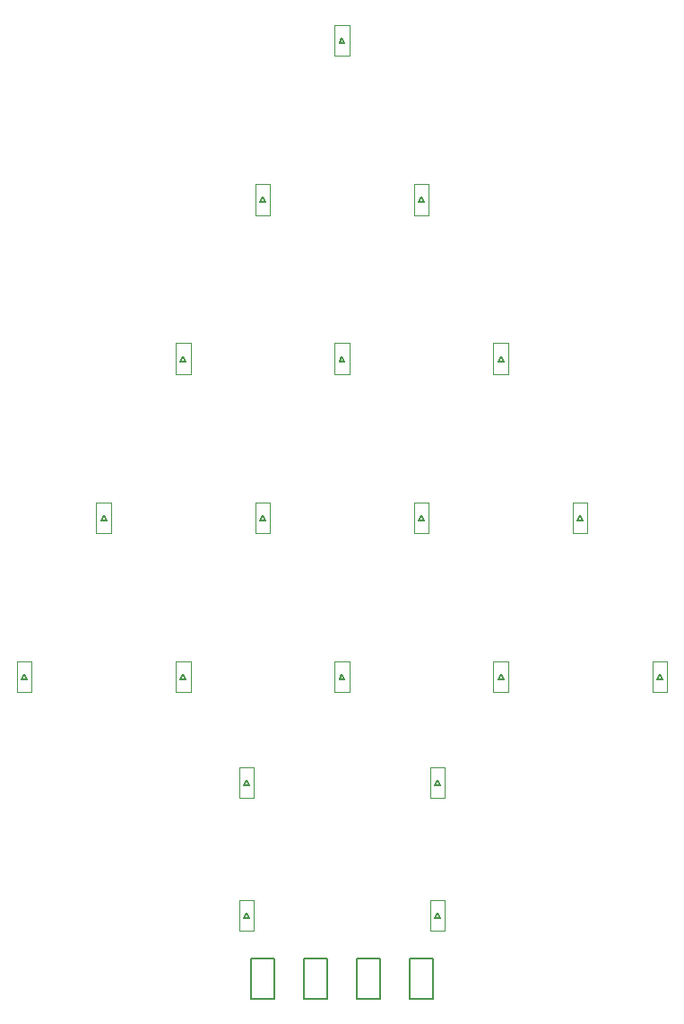
<source format=gto>
G04 #@! TF.GenerationSoftware,KiCad,Pcbnew,(5.0.2)-1*
G04 #@! TF.CreationDate,2019-02-13T23:32:08+09:00*
G04 #@! TF.ProjectId,Tree,54726565-2e6b-4696-9361-645f70636258,rev?*
G04 #@! TF.SameCoordinates,Original*
G04 #@! TF.FileFunction,Legend,Top*
G04 #@! TF.FilePolarity,Positive*
%FSLAX46Y46*%
G04 Gerber Fmt 4.6, Leading zero omitted, Abs format (unit mm)*
G04 Created by KiCad (PCBNEW (5.0.2)-1) date 2019/02/13 23:32:08*
%MOMM*%
%LPD*%
G01*
G04 APERTURE LIST*
%ADD10C,0.120000*%
%ADD11C,0.150000*%
G04 APERTURE END LIST*
D10*
G04 #@! TO.C,D2*
X145700000Y-121050000D02*
X144300000Y-121050000D01*
X145700000Y-123950000D02*
X144300000Y-123950000D01*
X144300000Y-123950000D02*
X144300000Y-121050000D01*
X145700000Y-121050000D02*
X145700000Y-123950000D01*
D11*
X145250000Y-122750000D02*
X144750000Y-122750000D01*
X145000000Y-122250000D02*
X145250000Y-122750000D01*
X145000000Y-122250000D02*
X144750000Y-122750000D01*
G04 #@! TO.C,TP4*
X138600000Y-152900000D02*
X136400000Y-152900000D01*
X138600000Y-149100000D02*
X138600000Y-152900000D01*
X136400000Y-149100000D02*
X138600000Y-149100000D01*
X136400000Y-152900000D02*
X136400000Y-149100000D01*
G04 #@! TO.C,TP1*
X123600000Y-152900000D02*
X121400000Y-152900000D01*
X123600000Y-149100000D02*
X123600000Y-152900000D01*
X121400000Y-149100000D02*
X123600000Y-149100000D01*
X121400000Y-152900000D02*
X121400000Y-149100000D01*
G04 #@! TO.C,TP2*
X128600000Y-152900000D02*
X126400000Y-152900000D01*
X128600000Y-149100000D02*
X128600000Y-152900000D01*
X126400000Y-149100000D02*
X128600000Y-149100000D01*
X126400000Y-152900000D02*
X126400000Y-149100000D01*
G04 #@! TO.C,TP3*
X131400000Y-152900000D02*
X131400000Y-149100000D01*
X131400000Y-149100000D02*
X133600000Y-149100000D01*
X133600000Y-149100000D02*
X133600000Y-152900000D01*
X133600000Y-152900000D02*
X131400000Y-152900000D01*
G04 #@! TO.C,D1*
X160000000Y-122250000D02*
X159750000Y-122750000D01*
X160000000Y-122250000D02*
X160250000Y-122750000D01*
X160250000Y-122750000D02*
X159750000Y-122750000D01*
D10*
X160700000Y-121050000D02*
X160700000Y-123950000D01*
X159300000Y-123950000D02*
X159300000Y-121050000D01*
X160700000Y-123950000D02*
X159300000Y-123950000D01*
X160700000Y-121050000D02*
X159300000Y-121050000D01*
D11*
G04 #@! TO.C,D3*
X152500000Y-107250000D02*
X152250000Y-107750000D01*
X152500000Y-107250000D02*
X152750000Y-107750000D01*
X152750000Y-107750000D02*
X152250000Y-107750000D01*
D10*
X153200000Y-106050000D02*
X153200000Y-108950000D01*
X151800000Y-108950000D02*
X151800000Y-106050000D01*
X153200000Y-108950000D02*
X151800000Y-108950000D01*
X153200000Y-106050000D02*
X151800000Y-106050000D01*
G04 #@! TO.C,D4*
X138200000Y-106050000D02*
X136800000Y-106050000D01*
X138200000Y-108950000D02*
X136800000Y-108950000D01*
X136800000Y-108950000D02*
X136800000Y-106050000D01*
X138200000Y-106050000D02*
X138200000Y-108950000D01*
D11*
X137750000Y-107750000D02*
X137250000Y-107750000D01*
X137500000Y-107250000D02*
X137750000Y-107750000D01*
X137500000Y-107250000D02*
X137250000Y-107750000D01*
G04 #@! TO.C,D5*
X145000000Y-92250000D02*
X144750000Y-92750000D01*
X145000000Y-92250000D02*
X145250000Y-92750000D01*
X145250000Y-92750000D02*
X144750000Y-92750000D01*
D10*
X145700000Y-91050000D02*
X145700000Y-93950000D01*
X144300000Y-93950000D02*
X144300000Y-91050000D01*
X145700000Y-93950000D02*
X144300000Y-93950000D01*
X145700000Y-91050000D02*
X144300000Y-91050000D01*
D11*
G04 #@! TO.C,D7*
X130000000Y-62250000D02*
X129750000Y-62750000D01*
X130000000Y-62250000D02*
X130250000Y-62750000D01*
X130250000Y-62750000D02*
X129750000Y-62750000D01*
D10*
X130700000Y-61050000D02*
X130700000Y-63950000D01*
X129300000Y-63950000D02*
X129300000Y-61050000D01*
X130700000Y-63950000D02*
X129300000Y-63950000D01*
X130700000Y-61050000D02*
X129300000Y-61050000D01*
D11*
G04 #@! TO.C,D8*
X130000000Y-122250000D02*
X129750000Y-122750000D01*
X130000000Y-122250000D02*
X130250000Y-122750000D01*
X130250000Y-122750000D02*
X129750000Y-122750000D01*
D10*
X130700000Y-121050000D02*
X130700000Y-123950000D01*
X129300000Y-123950000D02*
X129300000Y-121050000D01*
X130700000Y-123950000D02*
X129300000Y-123950000D01*
X130700000Y-121050000D02*
X129300000Y-121050000D01*
D11*
G04 #@! TO.C,D9*
X130000000Y-92250000D02*
X129750000Y-92750000D01*
X130000000Y-92250000D02*
X130250000Y-92750000D01*
X130250000Y-92750000D02*
X129750000Y-92750000D01*
D10*
X130700000Y-91050000D02*
X130700000Y-93950000D01*
X129300000Y-93950000D02*
X129300000Y-91050000D01*
X130700000Y-93950000D02*
X129300000Y-93950000D01*
X130700000Y-91050000D02*
X129300000Y-91050000D01*
D11*
G04 #@! TO.C,D10*
X122500000Y-77250000D02*
X122250000Y-77750000D01*
X122500000Y-77250000D02*
X122750000Y-77750000D01*
X122750000Y-77750000D02*
X122250000Y-77750000D01*
D10*
X123200000Y-76050000D02*
X123200000Y-78950000D01*
X121800000Y-78950000D02*
X121800000Y-76050000D01*
X123200000Y-78950000D02*
X121800000Y-78950000D01*
X123200000Y-76050000D02*
X121800000Y-76050000D01*
G04 #@! TO.C,D11*
X115700000Y-91050000D02*
X114300000Y-91050000D01*
X115700000Y-93950000D02*
X114300000Y-93950000D01*
X114300000Y-93950000D02*
X114300000Y-91050000D01*
X115700000Y-91050000D02*
X115700000Y-93950000D01*
D11*
X115250000Y-92750000D02*
X114750000Y-92750000D01*
X115000000Y-92250000D02*
X115250000Y-92750000D01*
X115000000Y-92250000D02*
X114750000Y-92750000D01*
D10*
G04 #@! TO.C,D6*
X138200000Y-76050000D02*
X136800000Y-76050000D01*
X138200000Y-78950000D02*
X136800000Y-78950000D01*
X136800000Y-78950000D02*
X136800000Y-76050000D01*
X138200000Y-76050000D02*
X138200000Y-78950000D01*
D11*
X137750000Y-77750000D02*
X137250000Y-77750000D01*
X137500000Y-77250000D02*
X137750000Y-77750000D01*
X137500000Y-77250000D02*
X137250000Y-77750000D01*
D10*
G04 #@! TO.C,D13*
X108200000Y-106050000D02*
X106800000Y-106050000D01*
X108200000Y-108950000D02*
X106800000Y-108950000D01*
X106800000Y-108950000D02*
X106800000Y-106050000D01*
X108200000Y-106050000D02*
X108200000Y-108950000D01*
D11*
X107750000Y-107750000D02*
X107250000Y-107750000D01*
X107500000Y-107250000D02*
X107750000Y-107750000D01*
X107500000Y-107250000D02*
X107250000Y-107750000D01*
D10*
G04 #@! TO.C,D14*
X115700000Y-121050000D02*
X114300000Y-121050000D01*
X115700000Y-123950000D02*
X114300000Y-123950000D01*
X114300000Y-123950000D02*
X114300000Y-121050000D01*
X115700000Y-121050000D02*
X115700000Y-123950000D01*
D11*
X115250000Y-122750000D02*
X114750000Y-122750000D01*
X115000000Y-122250000D02*
X115250000Y-122750000D01*
X115000000Y-122250000D02*
X114750000Y-122750000D01*
G04 #@! TO.C,D15*
X100000000Y-122250000D02*
X99750000Y-122750000D01*
X100000000Y-122250000D02*
X100250000Y-122750000D01*
X100250000Y-122750000D02*
X99750000Y-122750000D01*
D10*
X100700000Y-121050000D02*
X100700000Y-123950000D01*
X99300000Y-123950000D02*
X99300000Y-121050000D01*
X100700000Y-123950000D02*
X99300000Y-123950000D01*
X100700000Y-121050000D02*
X99300000Y-121050000D01*
D11*
G04 #@! TO.C,D16*
X139000000Y-144750000D02*
X138750000Y-145250000D01*
X139000000Y-144750000D02*
X139250000Y-145250000D01*
X139250000Y-145250000D02*
X138750000Y-145250000D01*
D10*
X139700000Y-143550000D02*
X139700000Y-146450000D01*
X138300000Y-146450000D02*
X138300000Y-143550000D01*
X139700000Y-146450000D02*
X138300000Y-146450000D01*
X139700000Y-143550000D02*
X138300000Y-143550000D01*
D11*
G04 #@! TO.C,D17*
X139000000Y-132250000D02*
X138750000Y-132750000D01*
X139000000Y-132250000D02*
X139250000Y-132750000D01*
X139250000Y-132750000D02*
X138750000Y-132750000D01*
D10*
X139700000Y-131050000D02*
X139700000Y-133950000D01*
X138300000Y-133950000D02*
X138300000Y-131050000D01*
X139700000Y-133950000D02*
X138300000Y-133950000D01*
X139700000Y-131050000D02*
X138300000Y-131050000D01*
G04 #@! TO.C,D18*
X121700000Y-143550000D02*
X120300000Y-143550000D01*
X121700000Y-146450000D02*
X120300000Y-146450000D01*
X120300000Y-146450000D02*
X120300000Y-143550000D01*
X121700000Y-143550000D02*
X121700000Y-146450000D01*
D11*
X121250000Y-145250000D02*
X120750000Y-145250000D01*
X121000000Y-144750000D02*
X121250000Y-145250000D01*
X121000000Y-144750000D02*
X120750000Y-145250000D01*
G04 #@! TO.C,D19*
X121000000Y-132250000D02*
X120750000Y-132750000D01*
X121000000Y-132250000D02*
X121250000Y-132750000D01*
X121250000Y-132750000D02*
X120750000Y-132750000D01*
D10*
X121700000Y-131050000D02*
X121700000Y-133950000D01*
X120300000Y-133950000D02*
X120300000Y-131050000D01*
X121700000Y-133950000D02*
X120300000Y-133950000D01*
X121700000Y-131050000D02*
X120300000Y-131050000D01*
G04 #@! TO.C,D12*
X123200000Y-106050000D02*
X121800000Y-106050000D01*
X123200000Y-108950000D02*
X121800000Y-108950000D01*
X121800000Y-108950000D02*
X121800000Y-106050000D01*
X123200000Y-106050000D02*
X123200000Y-108950000D01*
D11*
X122750000Y-107750000D02*
X122250000Y-107750000D01*
X122500000Y-107250000D02*
X122750000Y-107750000D01*
X122500000Y-107250000D02*
X122250000Y-107750000D01*
G04 #@! TD*
M02*

</source>
